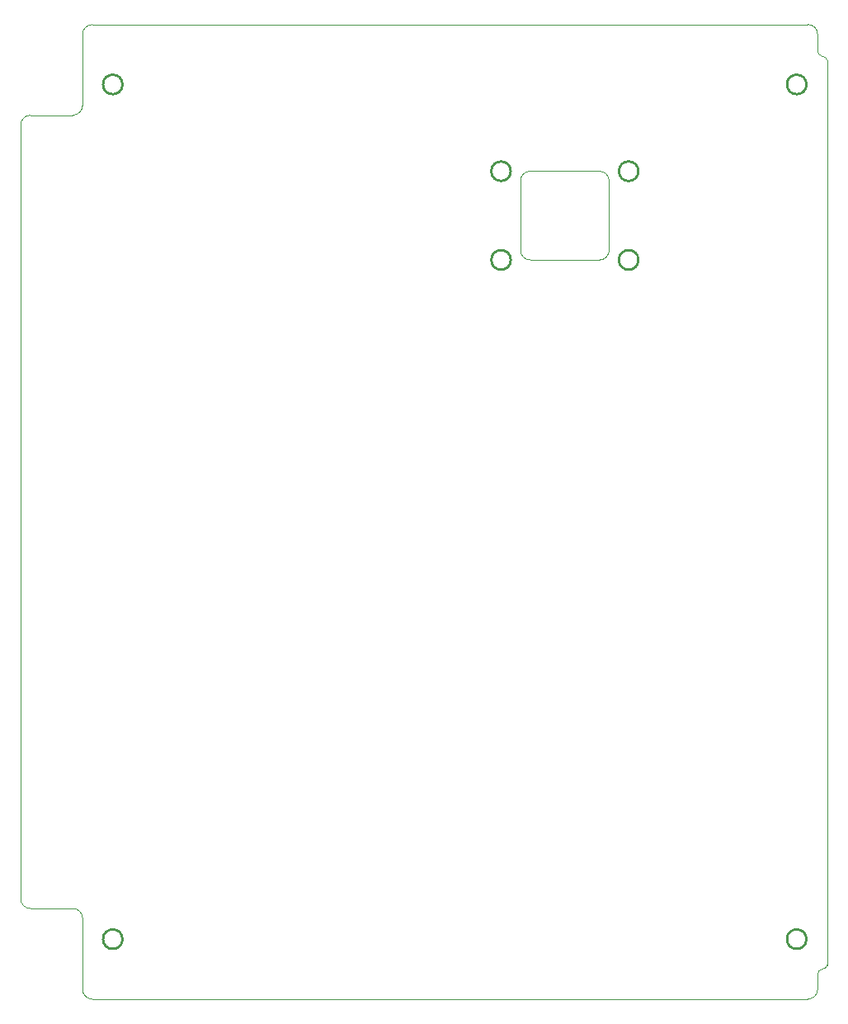
<source format=gm1>
G04 #@! TF.GenerationSoftware,KiCad,Pcbnew,8.0.2*
G04 #@! TF.CreationDate,2024-08-20T08:25:12+02:00*
G04 #@! TF.ProjectId,STS1_SIDEPANEL,53545331-5f53-4494-9445-50414e454c2e,rev?*
G04 #@! TF.SameCoordinates,Original*
G04 #@! TF.FileFunction,Profile,NP*
%FSLAX46Y46*%
G04 Gerber Fmt 4.6, Leading zero omitted, Abs format (unit mm)*
G04 Created by KiCad (PCBNEW 8.0.2) date 2024-08-20 08:25:12*
%MOMM*%
%LPD*%
G01*
G04 APERTURE LIST*
G04 #@! TA.AperFunction,Profile*
%ADD10C,0.100000*%
G04 #@! TD*
G04 #@! TA.AperFunction,Profile*
%ADD11C,0.120000*%
G04 #@! TD*
G04 #@! TA.AperFunction,Profile*
%ADD12C,0.250000*%
G04 #@! TD*
G04 APERTURE END LIST*
D10*
X83800000Y-129730000D02*
X83800000Y-50330000D01*
X84800000Y-49330000D02*
X89150000Y-49330000D01*
X84800000Y-130730000D02*
X89150000Y-130730000D01*
X90150000Y-41030000D02*
X90150000Y-48330000D01*
X90150000Y-139030000D02*
X90150000Y-131730000D01*
D11*
X135100000Y-56080000D02*
X135100000Y-63180000D01*
X136100000Y-55080000D02*
X143200000Y-55080000D01*
X136100000Y-64180000D02*
X143200000Y-64180000D01*
X144200000Y-56080000D02*
X144200000Y-63180000D01*
D10*
X164600000Y-40030000D02*
X91150000Y-40030000D01*
X164600000Y-140030000D02*
X91150000Y-140030000D01*
X165600000Y-42700000D02*
X165600000Y-41030000D01*
X165600000Y-139030000D02*
X165600000Y-137530000D01*
X166600000Y-136530000D02*
X166600000Y-43705000D01*
X83800000Y-50330000D02*
G75*
G02*
X84800000Y-49330000I1007256J-7256D01*
G01*
X84800000Y-130730000D02*
G75*
G02*
X83800000Y-129730000I7256J1007256D01*
G01*
X89150000Y-130730000D02*
G75*
G02*
X90150000Y-131730000I-7256J-1007256D01*
G01*
X90150000Y-41030000D02*
G75*
G02*
X91150000Y-40030000I1007256J-7256D01*
G01*
X90150000Y-48330000D02*
G75*
G02*
X89150000Y-49330000I-1007256J7256D01*
G01*
X91150000Y-140030000D02*
G75*
G02*
X90150000Y-139030000I7256J1007256D01*
G01*
D11*
X135100000Y-56080000D02*
G75*
G02*
X136100000Y-55080000I990200J9800D01*
G01*
X136100000Y-64180000D02*
G75*
G02*
X135100000Y-63180000I-9800J990200D01*
G01*
X143200000Y-55080000D02*
G75*
G02*
X144200000Y-56080000I9800J-990200D01*
G01*
X144200000Y-63180000D02*
G75*
G02*
X143200000Y-64180000I-990200J-9800D01*
G01*
D10*
X164600000Y-40030000D02*
G75*
G02*
X165600000Y-41030000I-7300J-1007300D01*
G01*
X165600000Y-137530000D02*
G75*
G02*
X166039998Y-136959991I545300J33900D01*
G01*
X165600000Y-139030000D02*
G75*
G02*
X164600000Y-140030000I-1007300J7300D01*
G01*
X166040000Y-43270000D02*
G75*
G02*
X165600009Y-42700001I105300J536100D01*
G01*
X166040000Y-43270000D02*
G75*
G02*
X166600044Y-43704987I-20100J-603900D01*
G01*
X166600000Y-136530000D02*
G75*
G02*
X166040046Y-136961441I-580100J173800D01*
G01*
D12*
X94250000Y-46180000D02*
G75*
G02*
X92250000Y-46180000I-1000000J0D01*
G01*
X92250000Y-46180000D02*
G75*
G02*
X94250000Y-46180000I1000000J0D01*
G01*
X94250000Y-133880000D02*
G75*
G02*
X92250000Y-133880000I-1000000J0D01*
G01*
X92250000Y-133880000D02*
G75*
G02*
X94250000Y-133880000I1000000J0D01*
G01*
X134100000Y-55080000D02*
G75*
G02*
X132100000Y-55080000I-1000000J0D01*
G01*
X132100000Y-55080000D02*
G75*
G02*
X134100000Y-55080000I1000000J0D01*
G01*
X134100000Y-64180000D02*
G75*
G02*
X132100000Y-64180000I-1000000J0D01*
G01*
X132100000Y-64180000D02*
G75*
G02*
X134100000Y-64180000I1000000J0D01*
G01*
X147200000Y-55080000D02*
G75*
G02*
X145200000Y-55080000I-1000000J0D01*
G01*
X145200000Y-55080000D02*
G75*
G02*
X147200000Y-55080000I1000000J0D01*
G01*
X147200000Y-64180000D02*
G75*
G02*
X145200000Y-64180000I-1000000J0D01*
G01*
X145200000Y-64180000D02*
G75*
G02*
X147200000Y-64180000I1000000J0D01*
G01*
X164450000Y-46180000D02*
G75*
G02*
X162450000Y-46180000I-1000000J0D01*
G01*
X162450000Y-46180000D02*
G75*
G02*
X164450000Y-46180000I1000000J0D01*
G01*
X164450000Y-133880000D02*
G75*
G02*
X162450000Y-133880000I-1000000J0D01*
G01*
X162450000Y-133880000D02*
G75*
G02*
X164450000Y-133880000I1000000J0D01*
G01*
M02*

</source>
